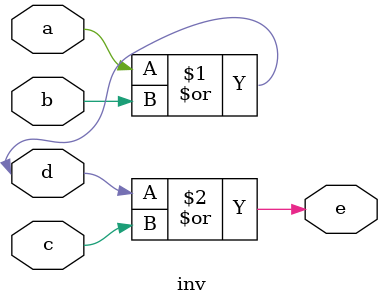
<source format=v>
`timescale 1ns / 1ps


module inv(
    input a,
    input b,
    input c,
    input d,
    output e
    );
assign d = a | b;
assign e = d | c;
endmodule

</source>
